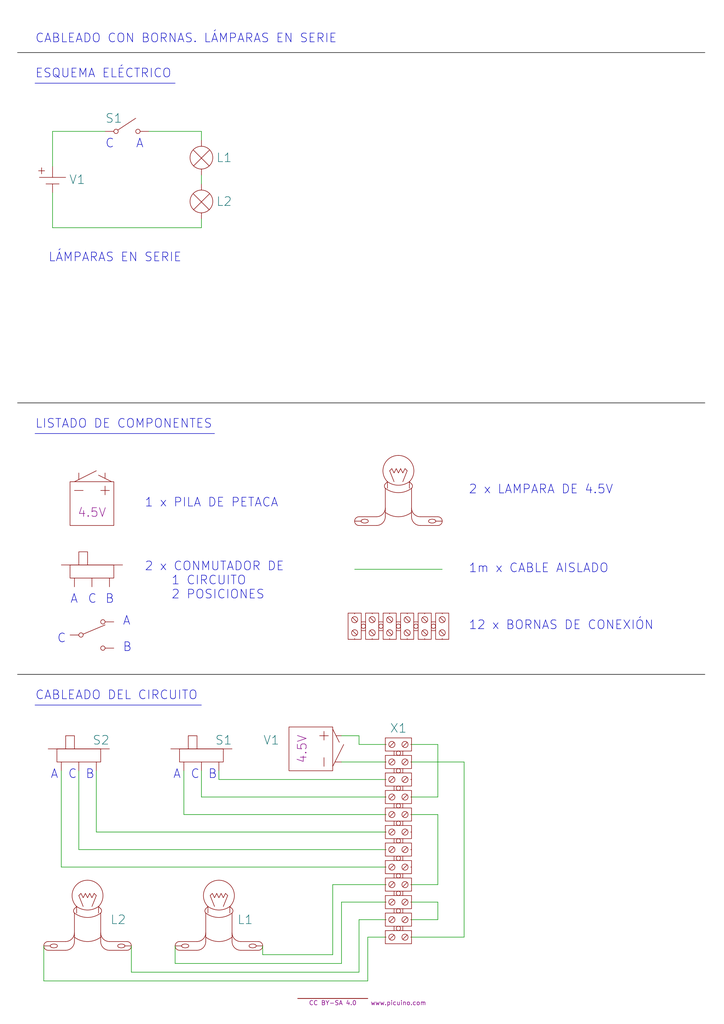
<source format=kicad_sch>
(kicad_sch (version 20211123) (generator eeschema)
  (paper "A4" portrait)
  (title_block (title "CABLEADO CON BORNAS. LÁMPARAS EN SERIE") (date "14/12/2018") (company "www.picuino.com") (comment 1 "Copyright (c) 2018 by Carlos Pardo") (comment 2 "License CC BY-SA 4.0"))
  (lib_symbols
    (symbol "simbolos:CopyRight" (pin_names (offset 1.016))
      (property "License" "CC BY-SA 4.0" (at -1.27 -1.27 0))
      (property "Web" "www.picuino.com" (at 0 -1.27 0))
      (symbol "CopyRight_0_1"
        (polyline (pts (xy -10.16 0) (xy 10.16 0)) (stroke (width 0.2032)))
      )
    )
    (symbol "simbolos:Pila" (pin_names (offset 1.016))
      (property "Reference" "V" (at 5.08 -4.445 0))
      (symbol "Pila_0_1"
        (polyline (pts (xy -4.064 -1.27) (xy -2.286 -1.27)))
        (polyline (pts (xy -3.81 -3.175) (xy 3.81 -3.175)))
        (polyline (pts (xy -3.175 -0.381) (xy -3.175 -2.159)))
        (polyline (pts (xy -1.905 -5.08) (xy 1.905 -5.08)))
      )
      (symbol "Pila_1_1"
        (pin input line (at 0 -7.62 90) (length 2.54) (name "") (number ""))
        (pin input line (at 0 0 270) (length 3.175) (name "") (number ""))
      )
    )
    (symbol "simbolos:borna_12x2" (pin_names (offset 1.016))
      (property "Reference" "X" (at 3.81 3.81 0))
      (symbol "borna_12x2_0_1"
        (rectangle (start 0 -53.975) (end 7.62 -57.785))
        (rectangle (start 0 -48.895) (end 7.62 -52.705))
        (rectangle (start 0 -43.815) (end 7.62 -47.625))
        (rectangle (start 0 -38.735) (end 7.62 -42.545))
        (rectangle (start 0 -33.655) (end 7.62 -37.465))
        (rectangle (start 0 -28.575) (end 7.62 -32.385))
        (rectangle (start 0 -23.495) (end 7.62 -27.305))
        (rectangle (start 0 -18.415) (end 7.62 -22.225))
        (rectangle (start 0 -13.335) (end 7.62 -17.145))
        (rectangle (start 0 -8.255) (end 7.62 -12.065))
        (rectangle (start 0 -3.175) (end 7.62 -6.985))
        (polyline (pts (xy 1.27 -56.515) (xy 2.54 -55.245)))
        (polyline (pts (xy 1.27 -51.435) (xy 2.54 -50.165)))
        (polyline (pts (xy 1.27 -46.355) (xy 2.54 -45.085)))
        (polyline (pts (xy 1.27 -41.275) (xy 2.54 -40.005)))
        (polyline (pts (xy 1.27 -36.195) (xy 2.54 -34.925)))
        (polyline (pts (xy 1.27 -31.115) (xy 2.54 -29.845)))
        (polyline (pts (xy 1.27 -26.035) (xy 2.54 -24.765)))
        (polyline (pts (xy 1.27 -20.955) (xy 2.54 -19.685)))
        (polyline (pts (xy 1.27 -15.875) (xy 2.54 -14.605)))
        (polyline (pts (xy 1.27 -10.795) (xy 2.54 -9.525)))
        (polyline (pts (xy 1.27 -5.715) (xy 2.54 -4.445)))
        (polyline (pts (xy 1.27 -0.635) (xy 2.54 0.635)))
        (polyline (pts (xy 2.54 -53.975) (xy 2.54 -52.705)))
        (polyline (pts (xy 2.54 -48.895) (xy 2.54 -47.625)))
        (polyline (pts (xy 2.54 -43.815) (xy 2.54 -42.545)))
        (polyline (pts (xy 2.54 -38.735) (xy 2.54 -37.465)))
        (polyline (pts (xy 2.54 -33.655) (xy 2.54 -32.385)))
        (polyline (pts (xy 2.54 -28.575) (xy 2.54 -27.305)))
        (polyline (pts (xy 2.54 -23.495) (xy 2.54 -22.225)))
        (polyline (pts (xy 2.54 -18.415) (xy 2.54 -17.145)))
        (polyline (pts (xy 2.54 -13.335) (xy 2.54 -12.065)))
        (polyline (pts (xy 2.54 -8.255) (xy 2.54 -6.985)))
        (polyline (pts (xy 2.54 -3.175) (xy 2.54 -1.905)))
        (polyline (pts (xy 5.08 -56.515) (xy 6.35 -55.245)))
        (polyline (pts (xy 5.08 -53.975) (xy 5.08 -52.705)))
        (polyline (pts (xy 5.08 -51.435) (xy 6.35 -50.165)))
        (polyline (pts (xy 5.08 -48.895) (xy 5.08 -47.625)))
        (polyline (pts (xy 5.08 -46.355) (xy 6.35 -45.085)))
        (polyline (pts (xy 5.08 -43.815) (xy 5.08 -42.545)))
        (polyline (pts (xy 5.08 -41.275) (xy 6.35 -40.005)))
        (polyline (pts (xy 5.08 -38.735) (xy 5.08 -37.465)))
        (polyline (pts (xy 5.08 -36.195) (xy 6.35 -34.925)))
        (polyline (pts (xy 5.08 -33.655) (xy 5.08 -32.385)))
        (polyline (pts (xy 5.08 -31.115) (xy 6.35 -29.845)))
        (polyline (pts (xy 5.08 -28.575) (xy 5.08 -27.305)))
        (polyline (pts (xy 5.08 -26.035) (xy 6.35 -24.765)))
        (polyline (pts (xy 5.08 -23.495) (xy 5.08 -22.225)))
        (polyline (pts (xy 5.08 -20.955) (xy 6.35 -19.685)))
        (polyline (pts (xy 5.08 -18.415) (xy 5.08 -17.145)))
        (polyline (pts (xy 5.08 -15.875) (xy 6.35 -14.605)))
        (polyline (pts (xy 5.08 -13.335) (xy 5.08 -12.065)))
        (polyline (pts (xy 5.08 -10.795) (xy 6.35 -9.525)))
        (polyline (pts (xy 5.08 -8.255) (xy 5.08 -6.985)))
        (polyline (pts (xy 5.08 -5.715) (xy 6.35 -4.445)))
        (polyline (pts (xy 5.08 -3.175) (xy 5.08 -1.905)))
        (polyline (pts (xy 5.08 -0.635) (xy 6.35 0.635)))
        (rectangle (start 0 1.905) (end 7.62 -1.905))
        (circle (center 1.905 -55.88) (radius 0.889))
        (circle (center 1.905 -50.8) (radius 0.889))
        (circle (center 1.905 -45.72) (radius 0.889))
        (circle (center 1.905 -40.64) (radius 0.889))
        (circle (center 1.905 -35.56) (radius 0.889))
        (circle (center 1.905 -30.48) (radius 0.889))
        (circle (center 1.905 -25.4) (radius 0.889))
        (circle (center 1.905 -20.32) (radius 0.889))
        (circle (center 1.905 -15.24) (radius 0.889))
        (circle (center 1.905 -10.16) (radius 0.889))
        (circle (center 1.905 -5.08) (radius 0.889))
        (circle (center 1.905 0) (radius 0.889))
        (circle (center 3.81 -53.34) (radius 0.635))
        (circle (center 3.81 -48.26) (radius 0.635))
        (circle (center 3.81 -43.18) (radius 0.635))
        (circle (center 3.81 -38.1) (radius 0.635))
        (circle (center 3.81 -33.02) (radius 0.635))
        (circle (center 3.81 -27.94) (radius 0.635))
        (circle (center 3.81 -22.86) (radius 0.635))
        (circle (center 3.81 -17.78) (radius 0.635))
        (circle (center 3.81 -12.7) (radius 0.635))
        (circle (center 3.81 -7.62) (radius 0.635))
        (circle (center 3.81 -2.54) (radius 0.635))
        (circle (center 5.715 -55.88) (radius 0.889))
        (circle (center 5.715 -50.8) (radius 0.889))
        (circle (center 5.715 -45.72) (radius 0.889))
        (circle (center 5.715 -40.64) (radius 0.889))
        (circle (center 5.715 -35.56) (radius 0.889))
        (circle (center 5.715 -30.48) (radius 0.889))
        (circle (center 5.715 -25.4) (radius 0.889))
        (circle (center 5.715 -20.32) (radius 0.889))
        (circle (center 5.715 -15.24) (radius 0.889))
        (circle (center 5.715 -10.16) (radius 0.889))
        (circle (center 5.715 -5.08) (radius 0.889))
        (circle (center 5.715 0) (radius 0.889))
      )
      (symbol "borna_12x2_1_1"
        (pin input line (at 0 -55.88 0) (length 0.254) (name "") (number ""))
        (pin input line (at 0 -50.8 0) (length 0.254) (name "") (number ""))
        (pin input line (at 0 -45.72 0) (length 0.254) (name "") (number ""))
        (pin input line (at 0 -40.64 0) (length 0.254) (name "") (number ""))
        (pin input line (at 0 -35.56 0) (length 0.254) (name "") (number ""))
        (pin input line (at 0 -30.48 0) (length 0.254) (name "") (number ""))
        (pin input line (at 0 -25.4 0) (length 0.254) (name "") (number ""))
        (pin input line (at 0 -20.32 0) (length 0.254) (name "") (number ""))
        (pin input line (at 0 -15.24 0) (length 0.254) (name "") (number ""))
        (pin input line (at 0 -10.16 0) (length 0.254) (name "") (number ""))
        (pin input line (at 0 -5.08 0) (length 0.254) (name "") (number ""))
        (pin input line (at 0 0 0) (length 0.254) (name "") (number ""))
        (pin input line (at 7.62 -55.88 180) (length 0.254) (name "") (number ""))
        (pin input line (at 7.62 -50.8 180) (length 0.254) (name "") (number ""))
        (pin input line (at 7.62 -45.72 180) (length 0.254) (name "") (number ""))
        (pin input line (at 7.62 -40.64 180) (length 0.254) (name "") (number ""))
        (pin input line (at 7.62 -35.56 180) (length 0.254) (name "") (number ""))
        (pin input line (at 7.62 -30.48 180) (length 0.254) (name "") (number ""))
        (pin input line (at 7.62 -25.4 180) (length 0.254) (name "") (number ""))
        (pin input line (at 7.62 -20.32 180) (length 0.254) (name "") (number ""))
        (pin input line (at 7.62 -15.24 180) (length 0.254) (name "") (number ""))
        (pin input line (at 7.62 -10.16 180) (length 0.254) (name "") (number ""))
        (pin input line (at 7.62 -5.08 180) (length 0.254) (name "") (number ""))
        (pin input line (at 7.62 0 180) (length 0.254) (name "") (number ""))
      )
    )
    (symbol "simbolos:borna_6x2" (pin_names (offset 1.016))
      (property "Reference" "X" (at 3.81 3.81 0))
      (symbol "borna_6x2_0_1"
        (rectangle (start 0 -23.495) (end 7.62 -27.305))
        (rectangle (start 0 -18.415) (end 7.62 -22.225))
        (rectangle (start 0 -13.335) (end 7.62 -17.145))
        (rectangle (start 0 -8.255) (end 7.62 -12.065))
        (rectangle (start 0 -3.175) (end 7.62 -6.985))
        (polyline (pts (xy 1.27 -26.035) (xy 2.54 -24.765)))
        (polyline (pts (xy 1.27 -20.955) (xy 2.54 -19.685)))
        (polyline (pts (xy 1.27 -15.875) (xy 2.54 -14.605)))
        (polyline (pts (xy 1.27 -10.795) (xy 2.54 -9.525)))
        (polyline (pts (xy 1.27 -5.715) (xy 2.54 -4.445)))
        (polyline (pts (xy 1.27 -0.635) (xy 2.54 0.635)))
        (polyline (pts (xy 2.54 -23.495) (xy 2.54 -22.225)))
        (polyline (pts (xy 2.54 -18.415) (xy 2.54 -17.145)))
        (polyline (pts (xy 2.54 -13.335) (xy 2.54 -12.065)))
        (polyline (pts (xy 2.54 -8.255) (xy 2.54 -6.985)))
        (polyline (pts (xy 2.54 -3.175) (xy 2.54 -1.905)))
        (polyline (pts (xy 5.08 -26.035) (xy 6.35 -24.765)))
        (polyline (pts (xy 5.08 -23.495) (xy 5.08 -22.225)))
        (polyline (pts (xy 5.08 -20.955) (xy 6.35 -19.685)))
        (polyline (pts (xy 5.08 -18.415) (xy 5.08 -17.145)))
        (polyline (pts (xy 5.08 -15.875) (xy 6.35 -14.605)))
        (polyline (pts (xy 5.08 -13.335) (xy 5.08 -12.065)))
        (polyline (pts (xy 5.08 -10.795) (xy 6.35 -9.525)))
        (polyline (pts (xy 5.08 -8.255) (xy 5.08 -6.985)))
        (polyline (pts (xy 5.08 -5.715) (xy 6.35 -4.445)))
        (polyline (pts (xy 5.08 -3.175) (xy 5.08 -1.905)))
        (polyline (pts (xy 5.08 -0.635) (xy 6.35 0.635)))
        (rectangle (start 0 1.905) (end 7.62 -1.905))
        (circle (center 1.905 -25.4) (radius 0.889))
        (circle (center 1.905 -20.32) (radius 0.889))
        (circle (center 1.905 -15.24) (radius 0.889))
        (circle (center 1.905 -10.16) (radius 0.889))
        (circle (center 1.905 -5.08) (radius 0.889))
        (circle (center 1.905 0) (radius 0.889))
        (circle (center 3.81 -22.86) (radius 0.635))
        (circle (center 3.81 -17.78) (radius 0.635))
        (circle (center 3.81 -12.7) (radius 0.635))
        (circle (center 3.81 -7.62) (radius 0.635))
        (circle (center 3.81 -2.54) (radius 0.635))
        (circle (center 5.715 -25.4) (radius 0.889))
        (circle (center 5.715 -20.32) (radius 0.889))
        (circle (center 5.715 -15.24) (radius 0.889))
        (circle (center 5.715 -10.16) (radius 0.889))
        (circle (center 5.715 -5.08) (radius 0.889))
        (circle (center 5.715 0) (radius 0.889))
      )
      (symbol "borna_6x2_1_1"
        (pin input line (at 0 -25.4 0) (length 0.254) (name "") (number ""))
        (pin input line (at 0 -20.32 0) (length 0.254) (name "") (number ""))
        (pin input line (at 0 -15.24 0) (length 0.254) (name "") (number ""))
        (pin input line (at 0 -10.16 0) (length 0.254) (name "") (number ""))
        (pin input line (at 0 -5.08 0) (length 0.254) (name "") (number ""))
        (pin input line (at 0 0 0) (length 0.254) (name "") (number ""))
        (pin input line (at 7.62 -25.4 180) (length 0.254) (name "") (number ""))
        (pin input line (at 7.62 -20.32 180) (length 0.254) (name "") (number ""))
        (pin input line (at 7.62 -15.24 180) (length 0.254) (name "") (number ""))
        (pin input line (at 7.62 -10.16 180) (length 0.254) (name "") (number ""))
        (pin input line (at 7.62 -5.08 180) (length 0.254) (name "") (number ""))
        (pin input line (at 7.62 0 180) (length 0.254) (name "") (number ""))
      )
    )
    (symbol "simbolos:conmutador" (pin_names (offset 1.016))
      (property "Reference" "S" (at 4.445 3.175 0))
      (symbol "conmutador_0_0"
        (circle (center 3.175 0) (radius 0.635))
        (circle (center 9.525 -3.81) (radius 0.635))
        (circle (center 9.525 3.81) (radius 0.635))
      )
      (symbol "conmutador_0_1"
        (polyline (pts (xy 10.16 2.921) (xy 3.81 0.254)))
      )
      (symbol "conmutador_1_1"
        (pin input line (at 0 0 0) (length 2.54) (name "") (number ""))
        (pin input line (at 12.7 -3.81 180) (length 2.54) (name "") (number ""))
        (pin input line (at 12.7 3.81 180) (length 2.54) (name "") (number ""))
      )
    )
    (symbol "simbolos:interruptor" (pin_names (offset 1.016))
      (property "Reference" "S" (at 4.445 3.175 0))
      (symbol "interruptor_0_0"
        (polyline (pts (xy 8.89 3.81) (xy 3.683 0.381)))
        (circle (center 3.175 0) (radius 0.635))
        (circle (center 9.525 0) (radius 0.635))
      )
      (symbol "interruptor_1_1"
        (pin input line (at 0 0 0) (length 2.54) (name "") (number ""))
        (pin input line (at 12.7 0 180) (length 2.54) (name "") (number ""))
      )
    )
    (symbol "simbolos:lampara" (pin_names (offset 1.016))
      (property "Reference" "L" (at 4.445 -5.08 0))
      (symbol "lampara_0_1"
        (circle (center 0 -5.08) (radius 3.302))
        (polyline (pts (xy -2.286 -7.493) (xy 2.286 -2.921)))
        (polyline (pts (xy -2.286 -2.921) (xy 2.286 -7.493)))
      )
      (symbol "lampara_1_1"
        (pin input line (at 0 -10.16 90) (length 1.778) (name "") (number ""))
        (pin input line (at 0 0 270) (length 1.778) (name "") (number ""))
      )
    )
    (symbol "simbolos:lampara_pack" (pin_names (offset 1.016))
      (property "Reference" "L" (at 17.78 6.35 0))
      (symbol "lampara_pack_0_1"
        (polyline (pts (xy 1.27 -1.27) (xy 6.35 -1.27)))
        (polyline (pts (xy 6.35 1.27) (xy 1.27 1.27)))
        (polyline (pts (xy 8.89 1.27) (xy 8.89 9.525)))
        (polyline (pts (xy 8.89 10.795) (xy 9.525 11.43)))
        (polyline (pts (xy 9.525 11.43) (xy 9.525 9.525)))
        (polyline (pts (xy 11.43 11.43) (xy 10.16 14.605)))
        (polyline (pts (xy 13.97 11.43) (xy 15.24 14.605)))
        (polyline (pts (xy 15.875 11.43) (xy 15.875 9.525)))
        (polyline (pts (xy 16.51 1.27) (xy 16.51 9.525)))
        (polyline (pts (xy 16.51 10.795) (xy 15.875 11.43)))
        (polyline (pts (xy 19.05 1.27) (xy 24.13 1.27)))
        (polyline (pts (xy 24.13 -1.27) (xy 19.05 -1.27)))
        (polyline (pts (xy 10.16 14.605) (xy 10.795 15.24) (xy 11.43 13.97) (xy 12.065 15.24) (xy 12.7 13.97) (xy 13.335 15.24) (xy 13.97 13.97) (xy 14.605 15.24) (xy 15.24 14.605)))
        (arc (start 1.27 1.27) (mid 0 0) (end 1.27 -1.27))
        (arc (start 2.159 -0.381) (mid 2.921 -0.5609) (end 3.683 -0.381))
        (arc (start 2.159 0.381) (mid 1.8844 0) (end 2.159 -0.381))
        (arc (start 3.683 -0.381) (mid 3.9576 0) (end 3.683 0.381))
        (arc (start 3.683 0.381) (mid 2.921 0.5609) (end 2.159 0.381))
        (arc (start 6.35 -1.27) (mid 8.1297 -0.5171) (end 8.89 1.27))
        (arc (start 6.35 1.27) (mid 8.1297 2.0229) (end 8.89 3.81))
        (arc (start 8.89 2.54) (mid 12.7 1.27) (end 16.51 2.54))
        (arc (start 8.89 9.525) (mid 12.7 8.255) (end 16.51 9.525))
        (arc (start 8.89 10.795) (mid 8.627 10.16) (end 8.89 9.525))
        (arc (start 9.525 11.43) (mid 12.7 10.4125) (end 15.875 11.43))
        (arc (start 12.7 19.05) (mid 8.5493 16.3021) (end 9.525 11.43))
        (arc (start 15.875 11.43) (mid 16.8357 16.2958) (end 12.7 19.05))
        (arc (start 16.51 1.27) (mid 17.2523 -0.5349) (end 19.05 -1.27))
        (arc (start 16.51 3.81) (mid 17.2523 2.0051) (end 19.05 1.27))
        (arc (start 16.51 9.525) (mid 16.773 10.16) (end 16.51 10.795))
        (arc (start 21.717 -0.381) (mid 22.479 -0.5609) (end 23.241 -0.381))
        (arc (start 21.717 0.381) (mid 21.4424 0) (end 21.717 -0.381))
        (arc (start 23.241 -0.381) (mid 23.5156 0) (end 23.241 0.381))
        (arc (start 23.241 0.381) (mid 22.479 0.5609) (end 21.717 0.381))
        (arc (start 24.13 -1.27) (mid 25.4 0) (end 24.13 1.27))
      )
      (symbol "lampara_pack_1_1"
        (pin input line (at 0 0 0) (length 1.905) (name "") (number ""))
        (pin input line (at 25.4 0 180) (length 1.905) (name "") (number ""))
      )
    )
    (symbol "simbolos:pila_petaca" (pin_names (offset 1.016))
      (property "Reference" "V" (at 11.43 -8.89 0))
      (property "V" "4.5V" (at 3.81 -12.7 0))
      (symbol "pila_petaca_0_1"
        (rectangle (start -2.54 -2.54) (end 10.16 -15.24))
        (polyline (pts (xy -1.27 -5.08) (xy 1.27 -5.08)))
        (polyline (pts (xy -1.27 -2.54) (xy 5.08 0.635)))
        (polyline (pts (xy 7.62 -3.81) (xy 7.62 -6.35)))
        (polyline (pts (xy 8.89 -5.08) (xy 6.35 -5.08)))
        (polyline (pts (xy 9.525 -2.54) (xy 5.715 -0.635)))
      )
      (symbol "pila_petaca_1_1"
        (pin input line (at 0 0 270) (length 1.905) (name "") (number ""))
        (pin input line (at 7.62 0 270) (length 1.524) (name "") (number ""))
      )
    )
    (symbol "simbolos:selector_pack" (pin_names (offset 1.016))
      (property "Reference" "S" (at 11.43 8.89 0))
      (symbol "selector_pack_0_1"
        (rectangle (start -1.27 6.35) (end 11.43 2.54))
        (polyline (pts (xy 13.97 6.35) (xy -3.81 6.35)))
        (polyline (pts (xy 1.27 6.35) (xy 1.27 10.16) (xy 3.81 10.16) (xy 3.81 6.35)))
      )
      (symbol "selector_pack_1_1"
        (pin input line (at 0 0 90) (length 2.54) (name "") (number ""))
        (pin input line (at 5.08 0 90) (length 2.54) (name "") (number ""))
        (pin input line (at 10.16 0 90) (length 2.54) (name "") (number ""))
      )
    )
  )
  (wire (pts (xy 43.18 38.1) (xy 58.42 38.1)))
  (wire (pts (xy 99.06 261.62) (xy 99.06 279.4)))
  (polyline (pts (xy 10.16 125.73) (xy 62.23 125.73)) (stroke (width 0) (type solid)))
  (wire (pts (xy 102.87 165.1) (xy 128.27 165.1)))
  (wire (pts (xy 134.62 271.78) (xy 134.62 220.98)))
  (wire (pts (xy 104.14 266.7) (xy 111.76 266.7)))
  (wire (pts (xy 12.7 284.48) (xy 12.7 274.32)))
  (wire (pts (xy 127 236.22) (xy 127 256.54)))
  (wire (pts (xy 53.34 236.22) (xy 53.34 223.52)))
  (wire (pts (xy 119.38 236.22) (xy 127 236.22)))
  (wire (pts (xy 104.14 213.36) (xy 99.06 213.36)))
  (polyline (pts (xy 5.08 195.58) (xy 204.47 195.58)) (stroke (width 0) (type solid) (color 0 0 0 1)))
  (wire (pts (xy 99.06 220.98) (xy 111.76 220.98)))
  (wire (pts (xy 38.1 274.32) (xy 38.1 281.94)))
  (wire (pts (xy 127 261.62) (xy 127 266.7)))
  (wire (pts (xy 22.86 223.52) (xy 22.86 246.38)))
  (polyline (pts (xy 5.08 15.24) (xy 204.47 15.24)) (stroke (width 0) (type solid) (color 0 0 0 1)))
  (wire (pts (xy 50.8 274.32) (xy 50.8 279.4)))
  (wire (pts (xy 111.76 271.78) (xy 106.68 271.78)))
  (wire (pts (xy 63.5 226.06) (xy 63.5 223.52)))
  (wire (pts (xy 134.62 220.98) (xy 119.38 220.98)))
  (wire (pts (xy 104.14 215.9) (xy 104.14 213.36)))
  (wire (pts (xy 127 256.54) (xy 119.38 256.54)))
  (wire (pts (xy 111.76 236.22) (xy 53.34 236.22)))
  (polyline (pts (xy 10.16 204.47) (xy 58.42 204.47)) (stroke (width 0) (type solid)))
  (wire (pts (xy 106.68 271.78) (xy 106.68 284.48)))
  (wire (pts (xy 119.38 271.78) (xy 134.62 271.78)))
  (wire (pts (xy 58.42 231.14) (xy 111.76 231.14)))
  (polyline (pts (xy 10.16 24.13) (xy 50.8 24.13)) (stroke (width 0) (type solid)))
  (wire (pts (xy 50.8 279.4) (xy 99.06 279.4)))
  (wire (pts (xy 104.14 215.9) (xy 111.76 215.9)))
  (wire (pts (xy 127 266.7) (xy 119.38 266.7)))
  (wire (pts (xy 106.68 284.48) (xy 12.7 284.48)))
  (wire (pts (xy 104.14 266.7) (xy 104.14 281.94)))
  (wire (pts (xy 58.42 223.52) (xy 58.42 231.14)))
  (wire (pts (xy 15.24 66.04) (xy 15.24 55.88)))
  (wire (pts (xy 27.94 241.3) (xy 27.94 223.52)))
  (wire (pts (xy 76.2 274.32) (xy 76.2 276.86)))
  (wire (pts (xy 58.42 50.8) (xy 58.42 53.34)))
  (wire (pts (xy 111.76 226.06) (xy 63.5 226.06)))
  (wire (pts (xy 15.24 66.04) (xy 58.42 66.04)))
  (wire (pts (xy 38.1 281.94) (xy 104.14 281.94)))
  (wire (pts (xy 22.86 246.38) (xy 111.76 246.38)))
  (wire (pts (xy 15.24 38.1) (xy 30.48 38.1)))
  (wire (pts (xy 96.52 256.54) (xy 111.76 256.54)))
  (wire (pts (xy 96.52 256.54) (xy 96.52 276.86)))
  (wire (pts (xy 127 215.9) (xy 119.38 215.9)))
  (wire (pts (xy 111.76 241.3) (xy 27.94 241.3)))
  (wire (pts (xy 17.78 223.52) (xy 17.78 251.46)))
  (wire (pts (xy 111.76 251.46) (xy 17.78 251.46)))
  (wire (pts (xy 58.42 63.5) (xy 58.42 66.04)))
  (wire (pts (xy 119.38 261.62) (xy 127 261.62)))
  (wire (pts (xy 99.06 261.62) (xy 111.76 261.62)))
  (wire (pts (xy 58.42 40.64) (xy 58.42 38.1)))
  (wire (pts (xy 127 231.14) (xy 127 215.9)))
  (wire (pts (xy 119.38 231.14) (xy 127 231.14)))
  (wire (pts (xy 76.2 276.86) (xy 96.52 276.86)))
  (wire (pts (xy 15.24 48.26) (xy 15.24 38.1)))
  (polyline (pts (xy 5.08 116.84) (xy 204.47 116.84)) (stroke (width 0) (type solid) (color 0 0 0 1)))
  (text "A" (at 20.32 175.26 0) (effects (font (size 2.54 2.54)) (justify left bottom)))
  (text "C" (at 16.51 186.69 0) (effects (font (size 2.54 2.54)) (justify left bottom)))
  (text "2 x LAMPARA DE 4.5V" (at 135.89 143.51 0) (effects (font (size 2.54 2.54)) (justify left bottom)))
  (text "A" (at 39.37 43.18 0) (effects (font (size 2.54 2.54)) (justify left bottom)))
  (text "A" (at 35.56 181.61 0) (effects (font (size 2.54 2.54)) (justify left bottom)))
  (text "C" (at 55.245 226.06 0) (effects (font (size 2.54 2.54)) (justify left bottom)))
  (text "CABLEADO CON BORNAS. LÁMPARAS EN SERIE" (at 10.16 12.7 0) (effects (font (size 2.54 2.54)) (justify left bottom)))
  (text "A" (at 50.165 226.06 0) (effects (font (size 2.54 2.54)) (justify left bottom)))
  (text "2 x CONMUTADOR DE\n    1 CIRCUITO\n    2 POSICIONES" (at 41.91 173.99 0) (effects (font (size 2.54 2.54)) (justify left bottom)))
  (text "B" (at 60.325 226.06 0) (effects (font (size 2.54 2.54)) (justify left bottom)))
  (text "ESQUEMA ELÉCTRICO" (at 10.16 22.86 0) (effects (font (size 2.54 2.54)) (justify left bottom)))
  (text "LISTADO DE COMPONENTES" (at 10.16 124.46 0) (effects (font (size 2.54 2.54)) (justify left bottom)))
  (text "C" (at 19.685 226.06 0) (effects (font (size 2.54 2.54)) (justify left bottom)))
  (text "12 x BORNAS DE CONEXIÓN" (at 135.89 182.88 0) (effects (font (size 2.54 2.54)) (justify left bottom)))
  (text "1 x PILA DE PETACA" (at 41.91 147.32 0) (effects (font (size 2.54 2.54)) (justify left bottom)))
  (text "A" (at 14.605 226.06 0) (effects (font (size 2.54 2.54)) (justify left bottom)))
  (text "B" (at 30.48 175.26 0) (effects (font (size 2.54 2.54)) (justify left bottom)))
  (text "B" (at 24.765 226.06 0) (effects (font (size 2.54 2.54)) (justify left bottom)))
  (text "B" (at 35.56 189.23 0) (effects (font (size 2.54 2.54)) (justify left bottom)))
  (text "LÁMPARAS EN SERIE" (at 13.97 76.2 0) (effects (font (size 2.54 2.54)) (justify left bottom)))
  (text "C" (at 30.48 43.18 0) (effects (font (size 2.54 2.54)) (justify left bottom)))
  (text "CABLEADO DEL CIRCUITO" (at 10.16 203.2 0) (effects (font (size 2.54 2.54)) (justify left bottom)))
  (text "C" (at 25.4 175.26 0) (effects (font (size 2.54 2.54)) (justify left bottom)))
  (text "1m x CABLE AISLADO" (at 135.89 166.37 0) (effects (font (size 2.54 2.54)) (justify left bottom)))
  (symbol (lib_id "simbolos:CopyRight") (at 96.52 289.56 0) (unit 1)
    (property "Reference" "CP1" (effects hide))
    (property "Value" "CopyRight" (effects hide))
    (property "License" "CC BY-SA 4.0" (at 96.52 290.83 0))
    (property "Web" "www.picuino.com" (at 115.57 290.83 0))
  )
  (symbol (lib_id "simbolos:borna_12x2") (at 111.76 215.9 0) (unit 1)
    (property "Reference" "X1" (at 115.57 211.1756 0) (effects (font (size 2.54 2.54))))
    (property "Value" "borna_12x2" (effects hide))
  )
  (symbol (lib_id "simbolos:pila_petaca") (at 99.06 220.98 270) (mirror x) (unit 1)
    (property "Reference" "V1" (at 76.2 214.63 90) (effects (font (size 2.54 2.54)) (justify left)))
    (property "Value" "pila_petaca" (effects hide))
    (property "V" "4.5V" (at 87.63 217.17 0) (effects (font (size 2.54 2.54))))
  )
  (symbol (lib_id "simbolos:pila_petaca") (at 22.86 137.16 0) (unit 1)
    (property "Reference" "V?" (effects hide))
    (property "Value" "pila_petaca" (effects hide))
    (property "V" "4.5V" (at 26.67 148.59 0) (effects (font (size 2.54 2.54))))
  )
  (symbol (lib_id "simbolos:Pila") (at 15.24 48.26 0) (unit 1)
    (property "Reference" "V1" (at 19.8882 52.07 0) (effects (font (size 2.54 2.54)) (justify left)))
    (property "Value" "Pila" (effects hide))
  )
  (symbol (lib_id "simbolos:lampara") (at 58.42 53.34 0) (unit 1)
    (property "Reference" "L2" (at 62.5602 58.42 0) (effects (font (size 2.54 2.54)) (justify left)))
    (property "Value" "lampara" (effects hide))
  )
  (symbol (lib_id "simbolos:lampara_pack") (at 50.8 274.32 0) (unit 1)
    (property "Reference" "L1" (at 71.12 266.7 0) (effects (font (size 2.54 2.54))))
    (property "Value" "lampara_pack" (effects hide))
  )
  (symbol (lib_id "simbolos:lampara_pack") (at 12.7 274.32 0) (unit 1)
    (property "Reference" "L2" (at 34.29 266.7 0) (effects (font (size 2.54 2.54))))
    (property "Value" "lampara_pack" (effects hide))
  )
  (symbol (lib_id "simbolos:borna_6x2") (at 128.27 177.8 270) (unit 1)
    (property "Reference" "X?" (effects hide))
    (property "Value" "borna_6x2" (effects hide))
  )
  (symbol (lib_id "simbolos:conmutador") (at 20.32 184.15 0) (unit 1)
    (property "Reference" "S?" (effects hide))
    (property "Value" "conmutador" (effects hide))
  )
  (symbol (lib_id "simbolos:selector_pack") (at 53.34 223.52 0) (unit 1)
    (property "Reference" "S1" (at 62.23 214.63 0) (effects (font (size 2.54 2.54)) (justify left)))
    (property "Value" "selector_pack" (effects hide))
  )
  (symbol (lib_id "simbolos:selector_pack") (at 17.78 223.52 0) (unit 1)
    (property "Reference" "S2" (at 26.67 214.63 0) (effects (font (size 2.54 2.54)) (justify left)))
    (property "Value" "selector_pack" (effects hide))
  )
  (symbol (lib_id "simbolos:selector_pack") (at 21.59 170.18 0) (unit 1)
    (property "Reference" "S?" (effects hide))
    (property "Value" "selector_pack" (effects hide))
  )
  (symbol (lib_id "simbolos:lampara_pack") (at 102.87 151.13 0) (unit 1)
    (property "Reference" "L?" (effects hide))
    (property "Value" "lampara_pack" (effects hide))
  )
  (symbol (lib_id "simbolos:interruptor") (at 30.48 38.1 0) (unit 1)
    (property "Reference" "S1" (at 33.02 34.29 0) (effects (font (size 2.54 2.54))))
    (property "Value" "interruptor" (effects hide))
  )
  (symbol (lib_id "simbolos:lampara") (at 58.42 40.64 0) (unit 1)
    (property "Reference" "L1" (at 62.5602 45.72 0) (effects (font (size 2.54 2.54)) (justify left)))
    (property "Value" "lampara" (effects hide))
  )
  (sheet (at 218.44 29.21) (size 66.04 7.62)
    (property "Sheet name" "2" (at 218.44 27.8634 0) (effects (font (size 2.54 2.54)) (justify left bottom)))
    (property "Sheet file" "electric-bornas-lamparas-serie-2.kicad_sch" (at 218.44 37.9226 0) (effects (font (size 2.54 2.54)) (justify left top)))
  )
)
</source>
